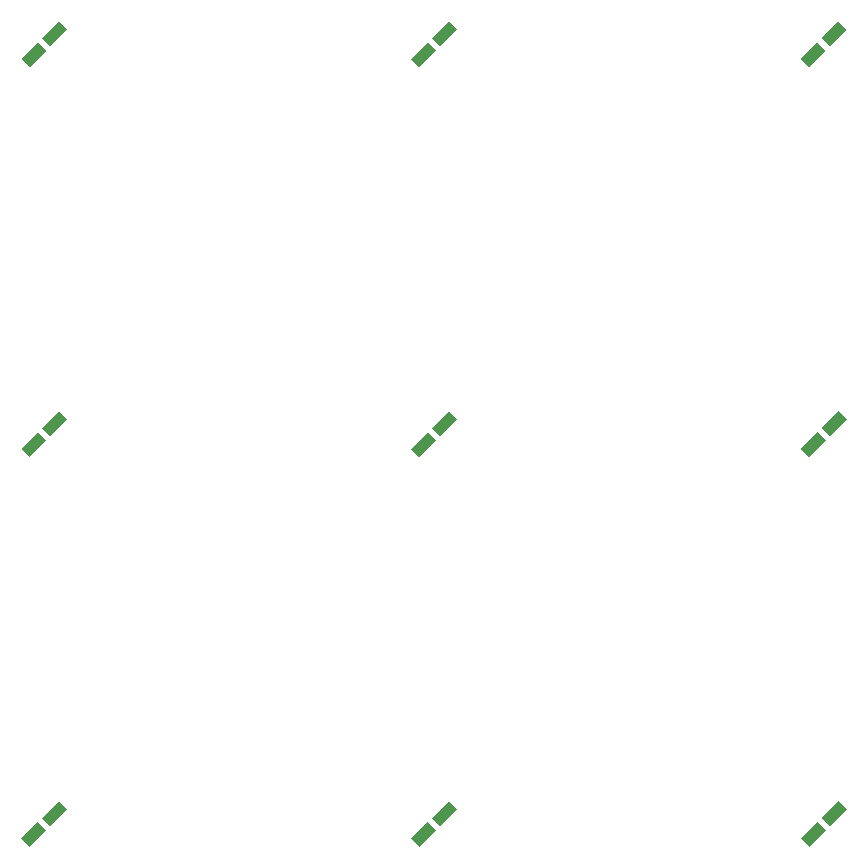
<source format=gbr>
G04 #@! TF.FileFunction,Copper,L1,Top,Signal*
%FSLAX46Y46*%
G04 Gerber Fmt 4.6, Leading zero omitted, Abs format (unit mm)*
G04 Created by KiCad (PCBNEW 4.0.6) date 07/06/17 20:51:38*
%MOMM*%
%LPD*%
G01*
G04 APERTURE LIST*
%ADD10C,0.100000*%
G04 APERTURE END LIST*
D10*
G36*
X135878680Y-63578427D02*
X135171573Y-62871320D01*
X136585786Y-61457107D01*
X137292893Y-62164214D01*
X135878680Y-63578427D01*
X135878680Y-63578427D01*
G37*
G36*
X137646447Y-61810660D02*
X136939340Y-61103553D01*
X138353553Y-59689340D01*
X139060660Y-60396447D01*
X137646447Y-61810660D01*
X137646447Y-61810660D01*
G37*
G36*
X102878680Y-63578427D02*
X102171573Y-62871320D01*
X103585786Y-61457107D01*
X104292893Y-62164214D01*
X102878680Y-63578427D01*
X102878680Y-63578427D01*
G37*
G36*
X104646447Y-61810660D02*
X103939340Y-61103553D01*
X105353553Y-59689340D01*
X106060660Y-60396447D01*
X104646447Y-61810660D01*
X104646447Y-61810660D01*
G37*
G36*
X69878680Y-63578427D02*
X69171573Y-62871320D01*
X70585786Y-61457107D01*
X71292893Y-62164214D01*
X69878680Y-63578427D01*
X69878680Y-63578427D01*
G37*
G36*
X71646447Y-61810660D02*
X70939340Y-61103553D01*
X72353553Y-59689340D01*
X73060660Y-60396447D01*
X71646447Y-61810660D01*
X71646447Y-61810660D01*
G37*
G36*
X69878680Y-96578427D02*
X69171573Y-95871320D01*
X70585786Y-94457107D01*
X71292893Y-95164214D01*
X69878680Y-96578427D01*
X69878680Y-96578427D01*
G37*
G36*
X71646447Y-94810660D02*
X70939340Y-94103553D01*
X72353553Y-92689340D01*
X73060660Y-93396447D01*
X71646447Y-94810660D01*
X71646447Y-94810660D01*
G37*
G36*
X102878680Y-96578427D02*
X102171573Y-95871320D01*
X103585786Y-94457107D01*
X104292893Y-95164214D01*
X102878680Y-96578427D01*
X102878680Y-96578427D01*
G37*
G36*
X104646447Y-94810660D02*
X103939340Y-94103553D01*
X105353553Y-92689340D01*
X106060660Y-93396447D01*
X104646447Y-94810660D01*
X104646447Y-94810660D01*
G37*
G36*
X135878680Y-96578427D02*
X135171573Y-95871320D01*
X136585786Y-94457107D01*
X137292893Y-95164214D01*
X135878680Y-96578427D01*
X135878680Y-96578427D01*
G37*
G36*
X137646447Y-94810660D02*
X136939340Y-94103553D01*
X138353553Y-92689340D01*
X139060660Y-93396447D01*
X137646447Y-94810660D01*
X137646447Y-94810660D01*
G37*
G36*
X69878680Y-129578427D02*
X69171573Y-128871320D01*
X70585786Y-127457107D01*
X71292893Y-128164214D01*
X69878680Y-129578427D01*
X69878680Y-129578427D01*
G37*
G36*
X71646447Y-127810660D02*
X70939340Y-127103553D01*
X72353553Y-125689340D01*
X73060660Y-126396447D01*
X71646447Y-127810660D01*
X71646447Y-127810660D01*
G37*
G36*
X102878680Y-129578427D02*
X102171573Y-128871320D01*
X103585786Y-127457107D01*
X104292893Y-128164214D01*
X102878680Y-129578427D01*
X102878680Y-129578427D01*
G37*
G36*
X104646447Y-127810660D02*
X103939340Y-127103553D01*
X105353553Y-125689340D01*
X106060660Y-126396447D01*
X104646447Y-127810660D01*
X104646447Y-127810660D01*
G37*
G36*
X135878680Y-129578427D02*
X135171573Y-128871320D01*
X136585786Y-127457107D01*
X137292893Y-128164214D01*
X135878680Y-129578427D01*
X135878680Y-129578427D01*
G37*
G36*
X137646447Y-127810660D02*
X136939340Y-127103553D01*
X138353553Y-125689340D01*
X139060660Y-126396447D01*
X137646447Y-127810660D01*
X137646447Y-127810660D01*
G37*
M02*

</source>
